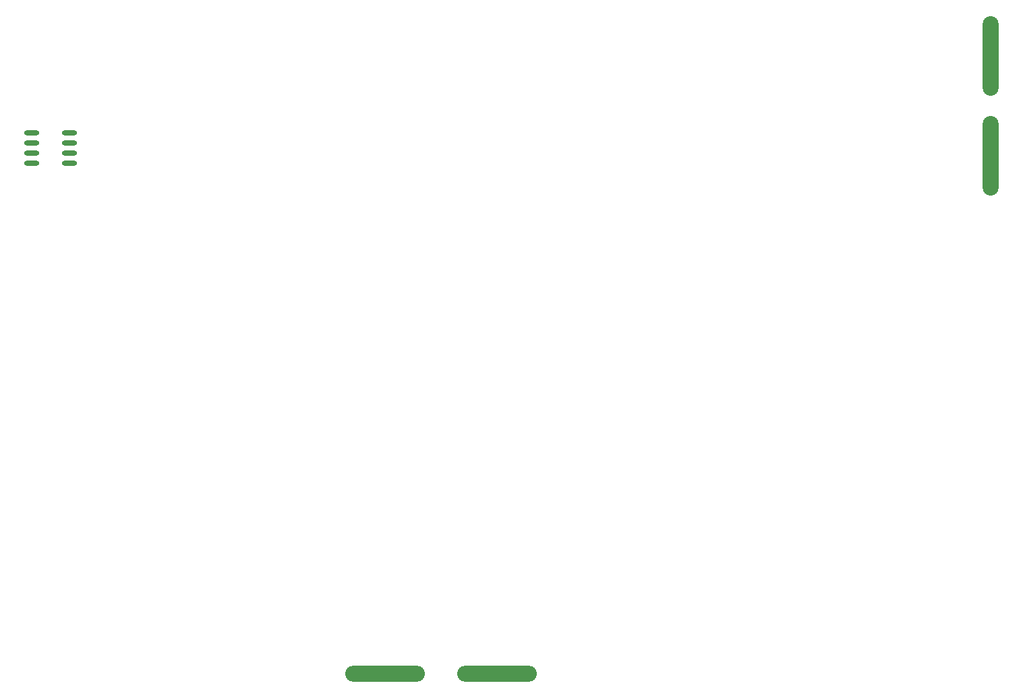
<source format=gtp>
G04 Layer_Color=8421504*
%FSLAX24Y24*%
%MOIN*%
G70*
G01*
G75*
%ADD10O,0.0748X0.0236*%
%ADD11O,0.3937X0.0787*%
%ADD12O,0.0787X0.3937*%
D10*
X29980Y58821D02*
D03*
Y58321D02*
D03*
Y57821D02*
D03*
Y57321D02*
D03*
X31831Y58821D02*
D03*
Y58321D02*
D03*
Y57821D02*
D03*
Y57321D02*
D03*
D11*
X47441Y32087D02*
D03*
X52953D02*
D03*
D12*
X77362Y62598D02*
D03*
Y57677D02*
D03*
M02*

</source>
